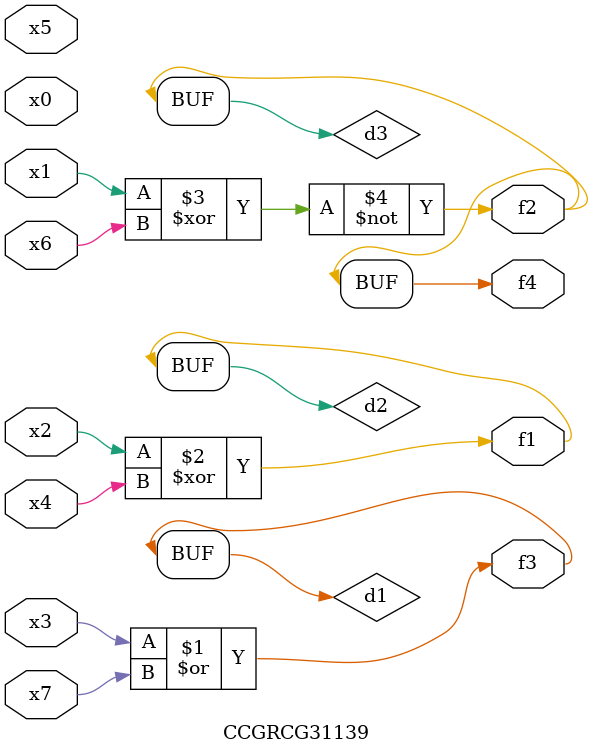
<source format=v>
module CCGRCG31139(
	input x0, x1, x2, x3, x4, x5, x6, x7,
	output f1, f2, f3, f4
);

	wire d1, d2, d3;

	or (d1, x3, x7);
	xor (d2, x2, x4);
	xnor (d3, x1, x6);
	assign f1 = d2;
	assign f2 = d3;
	assign f3 = d1;
	assign f4 = d3;
endmodule

</source>
